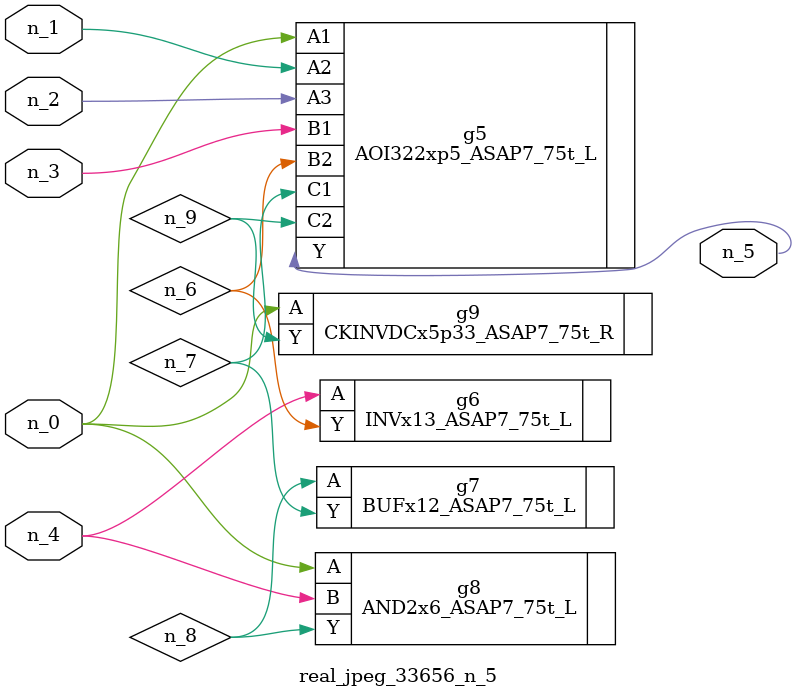
<source format=v>
module real_jpeg_33656_n_5 (n_4, n_0, n_1, n_2, n_3, n_5);

input n_4;
input n_0;
input n_1;
input n_2;
input n_3;

output n_5;

wire n_8;
wire n_6;
wire n_7;
wire n_9;

AOI322xp5_ASAP7_75t_L g5 ( 
.A1(n_0),
.A2(n_1),
.A3(n_2),
.B1(n_3),
.B2(n_6),
.C1(n_7),
.C2(n_9),
.Y(n_5)
);

AND2x6_ASAP7_75t_L g8 ( 
.A(n_0),
.B(n_4),
.Y(n_8)
);

CKINVDCx5p33_ASAP7_75t_R g9 ( 
.A(n_0),
.Y(n_9)
);

INVx13_ASAP7_75t_L g6 ( 
.A(n_4),
.Y(n_6)
);

BUFx12_ASAP7_75t_L g7 ( 
.A(n_8),
.Y(n_7)
);


endmodule
</source>
